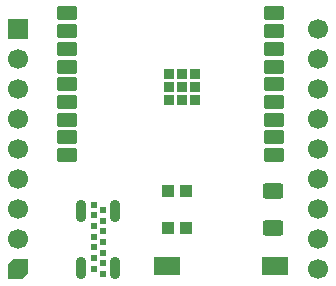
<source format=gbr>
%TF.GenerationSoftware,KiCad,Pcbnew,8.0.4*%
%TF.CreationDate,2024-07-30T10:55:48-04:00*%
%TF.ProjectId,esp32-c3-wroom-socket,65737033-322d-4633-932d-77726f6f6d2d,rev?*%
%TF.SameCoordinates,Original*%
%TF.FileFunction,Soldermask,Top*%
%TF.FilePolarity,Negative*%
%FSLAX46Y46*%
G04 Gerber Fmt 4.6, Leading zero omitted, Abs format (unit mm)*
G04 Created by KiCad (PCBNEW 8.0.4) date 2024-07-30 10:55:48*
%MOMM*%
%LPD*%
G01*
G04 APERTURE LIST*
G04 Aperture macros list*
%AMRoundRect*
0 Rectangle with rounded corners*
0 $1 Rounding radius*
0 $2 $3 $4 $5 $6 $7 $8 $9 X,Y pos of 4 corners*
0 Add a 4 corners polygon primitive as box body*
4,1,4,$2,$3,$4,$5,$6,$7,$8,$9,$2,$3,0*
0 Add four circle primitives for the rounded corners*
1,1,$1+$1,$2,$3*
1,1,$1+$1,$4,$5*
1,1,$1+$1,$6,$7*
1,1,$1+$1,$8,$9*
0 Add four rect primitives between the rounded corners*
20,1,$1+$1,$2,$3,$4,$5,0*
20,1,$1+$1,$4,$5,$6,$7,0*
20,1,$1+$1,$6,$7,$8,$9,0*
20,1,$1+$1,$8,$9,$2,$3,0*%
%AMOutline5P*
0 Free polygon, 5 corners , with rotation*
0 The origin of the aperture is its center*
0 number of corners: always 5*
0 $1 to $10 corner X, Y*
0 $11 Rotation angle, in degrees counterclockwise*
0 create outline with 5 corners*
4,1,5,$1,$2,$3,$4,$5,$6,$7,$8,$9,$10,$1,$2,$11*%
%AMOutline6P*
0 Free polygon, 6 corners , with rotation*
0 The origin of the aperture is its center*
0 number of corners: always 6*
0 $1 to $12 corner X, Y*
0 $13 Rotation angle, in degrees counterclockwise*
0 create outline with 6 corners*
4,1,6,$1,$2,$3,$4,$5,$6,$7,$8,$9,$10,$11,$12,$1,$2,$13*%
%AMOutline7P*
0 Free polygon, 7 corners , with rotation*
0 The origin of the aperture is its center*
0 number of corners: always 7*
0 $1 to $14 corner X, Y*
0 $15 Rotation angle, in degrees counterclockwise*
0 create outline with 7 corners*
4,1,7,$1,$2,$3,$4,$5,$6,$7,$8,$9,$10,$11,$12,$13,$14,$1,$2,$15*%
%AMOutline8P*
0 Free polygon, 8 corners , with rotation*
0 The origin of the aperture is its center*
0 number of corners: always 8*
0 $1 to $16 corner X, Y*
0 $17 Rotation angle, in degrees counterclockwise*
0 create outline with 8 corners*
4,1,8,$1,$2,$3,$4,$5,$6,$7,$8,$9,$10,$11,$12,$13,$14,$15,$16,$1,$2,$17*%
G04 Aperture macros list end*
%ADD10RoundRect,0.102000X-0.350000X-0.350000X0.350000X-0.350000X0.350000X0.350000X-0.350000X0.350000X0*%
%ADD11RoundRect,0.102000X-0.750000X-0.450000X0.750000X-0.450000X0.750000X0.450000X-0.750000X0.450000X0*%
%ADD12R,1.041400X1.117600*%
%ADD13C,0.609600*%
%ADD14O,0.914400X1.905000*%
%ADD15R,2.180000X1.600000*%
%ADD16R,1.700000X1.700000*%
%ADD17C,1.700000*%
%ADD18Outline6P,-0.850000X0.340000X-0.340000X0.850000X0.850000X0.850000X0.850000X-0.340000X0.340000X-0.850000X-0.850000X-0.850000X0.000000*%
%ADD19RoundRect,0.250000X0.625000X-0.400000X0.625000X0.400000X-0.625000X0.400000X-0.625000X-0.400000X0*%
G04 APERTURE END LIST*
D10*
%TO.C,U1*%
X159000000Y-65500000D03*
X157900000Y-65500000D03*
X156800000Y-65500000D03*
X159000000Y-64400000D03*
X157900000Y-64400000D03*
X156800000Y-64400000D03*
X159000000Y-63300000D03*
X157900000Y-63300000D03*
X156800000Y-63300000D03*
D11*
X165690000Y-58200000D03*
X165690000Y-59700000D03*
X165690000Y-61200000D03*
X165690000Y-62700000D03*
X165690000Y-64200000D03*
X165690000Y-65700000D03*
X165690000Y-67200000D03*
X165690000Y-68700000D03*
X165690000Y-70200000D03*
X148190000Y-70200000D03*
X148190000Y-68700000D03*
X148190000Y-67200000D03*
X148190000Y-65700000D03*
X148190000Y-64200000D03*
X148190000Y-62700000D03*
X148190000Y-61200000D03*
X148190000Y-59700000D03*
X148190000Y-58200000D03*
%TD*%
D12*
%TO.C,LED1*%
X158200000Y-73200000D03*
X156699998Y-73200000D03*
X156699998Y-76400400D03*
X158200000Y-76400400D03*
%TD*%
D13*
%TO.C,J3*%
X150419999Y-79799999D03*
X150419999Y-78899998D03*
X150419999Y-78000000D03*
X150419999Y-77099999D03*
X150419999Y-76199999D03*
X150419999Y-75300000D03*
X150419999Y-74400000D03*
X151200000Y-74850000D03*
X151200000Y-75750000D03*
X151200000Y-76650000D03*
X151200000Y-77550000D03*
X151200000Y-78450000D03*
X151200000Y-79350000D03*
X151200000Y-80250000D03*
D14*
X149379999Y-79749999D03*
X152239999Y-79749999D03*
X149379999Y-74950000D03*
X152239999Y-74950000D03*
%TD*%
D15*
%TO.C,SW1*%
X165790000Y-79600000D03*
X156610000Y-79600000D03*
%TD*%
D16*
%TO.C,J2*%
X144010000Y-59480000D03*
D17*
X144010000Y-62020000D03*
X144010000Y-64560000D03*
X144010000Y-67100000D03*
X144010000Y-69640000D03*
X144010000Y-72180000D03*
X144010000Y-74720000D03*
X144010000Y-77260000D03*
D18*
X144010000Y-79800000D03*
D17*
X169410000Y-79800000D03*
X169410000Y-77260000D03*
X169410000Y-74720000D03*
X169410000Y-72180000D03*
X169410000Y-69640000D03*
X169410000Y-67100000D03*
X169410000Y-64560000D03*
X169410000Y-62020000D03*
X169410000Y-59480000D03*
%TD*%
D19*
%TO.C,R4*%
X165600000Y-76350000D03*
X165600000Y-73250000D03*
%TD*%
M02*

</source>
